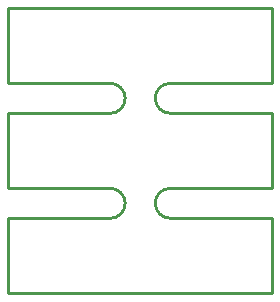
<source format=gbr>
G04 start of page 4 for group 2 idx 2 *
G04 Title: (unknown), outline *
G04 Creator: pcb 20140316 *
G04 CreationDate: Wed 28 Nov 2018 04:36:04 PM GMT UTC *
G04 For: railfan *
G04 Format: Gerber/RS-274X *
G04 PCB-Dimensions (mil): 900.00 970.00 *
G04 PCB-Coordinate-Origin: lower left *
%MOIN*%
%FSLAX25Y25*%
%LNOUTLINE*%
%ADD28C,0.0100*%
G54D28*X1000Y71000D02*X35000D01*
X1000Y96000D02*Y71000D01*
Y36000D02*X35000D01*
X1000Y61000D02*Y36000D01*
Y61000D02*X35000D01*
X55000Y71000D02*X89000D01*
Y96000D02*Y71000D01*
Y96000D02*X1000D01*
X55000Y36000D02*X89000D01*
Y61000D02*Y36000D01*
X55000Y61000D02*X89000D01*
X1000Y1000D02*X89000D01*
Y26000D02*Y1000D01*
X1000Y26000D02*Y1000D01*
X55000Y26000D02*X89000D01*
X1000D02*X35000D01*
X50000Y31000D02*G75*G03X55000Y26000I5000J0D01*G01*
X50000Y31000D02*G75*G02X55000Y36000I5000J0D01*G01*
X40000Y31000D02*G75*G02X35000Y26000I-5000J0D01*G01*
X40000Y31000D02*G75*G03X35000Y36000I-5000J0D01*G01*
X50000Y66000D02*G75*G03X55000Y61000I5000J0D01*G01*
X50000Y66000D02*G75*G02X55000Y71000I5000J0D01*G01*
X40000Y66000D02*G75*G02X35000Y61000I-5000J0D01*G01*
X40000Y66000D02*G75*G03X35000Y71000I-5000J0D01*G01*
M02*

</source>
